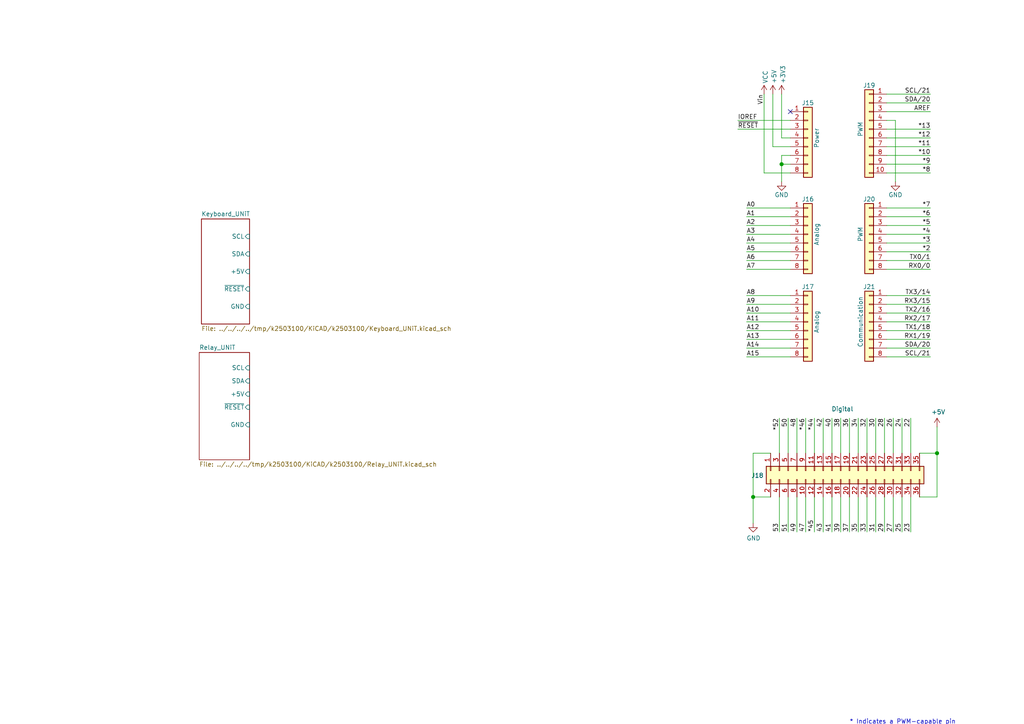
<source format=kicad_sch>
(kicad_sch (version 20230121) (generator eeschema)
  (paper "A4")
  (title_block (date "mar. 31 mars 2015"))
  (lib_symbols
    (symbol "Connector_Generic:Conn_01x08" (pin_names (offset 1.016) hide)
      (property "Reference" "J" (at 0 10.16 0))
      (property "Value" "Conn_01x08" (at 0 -12.7 0))
      (symbol "Conn_01x08_1_1"
        (rectangle (start -1.27 -10.033) (end 0 -10.287) (stroke (width 0.1524)))
        (rectangle (start -1.27 -7.493) (end 0 -7.747) (stroke (width 0.1524)))
        (rectangle (start -1.27 -4.953) (end 0 -5.207) (stroke (width 0.1524)))
        (rectangle (start -1.27 -2.413) (end 0 -2.667) (stroke (width 0.1524)))
        (rectangle (start -1.27 0.127) (end 0 -0.127) (stroke (width 0.1524)))
        (rectangle (start -1.27 2.667) (end 0 2.413) (stroke (width 0.1524)))
        (rectangle (start -1.27 5.207) (end 0 4.953) (stroke (width 0.1524)))
        (rectangle (start -1.27 7.747) (end 0 7.493) (stroke (width 0.1524)))
        (rectangle (start -1.27 8.89) (end 1.27 -11.43) (stroke (width 0.254)) (fill (type background)))
        (pin passive line (at -5.08 7.62 0) (length 3.81) (name "Pin_1") (number "1"))
        (pin passive line (at -5.08 5.08 0) (length 3.81) (name "Pin_2") (number "2"))
        (pin passive line (at -5.08 2.54 0) (length 3.81) (name "Pin_3") (number "3"))
        (pin passive line (at -5.08 0 0) (length 3.81) (name "Pin_4") (number "4"))
        (pin passive line (at -5.08 -2.54 0) (length 3.81) (name "Pin_5") (number "5"))
        (pin passive line (at -5.08 -5.08 0) (length 3.81) (name "Pin_6") (number "6"))
        (pin passive line (at -5.08 -7.62 0) (length 3.81) (name "Pin_7") (number "7"))
        (pin passive line (at -5.08 -10.16 0) (length 3.81) (name "Pin_8") (number "8"))
      )
    )
    (symbol "Connector_Generic:Conn_01x10" (pin_names (offset 1.016) hide)
      (property "Reference" "J" (at 0 12.7 0))
      (property "Value" "Conn_01x10" (at 0 -15.24 0))
      (symbol "Conn_01x10_1_1"
        (rectangle (start -1.27 -12.573) (end 0 -12.827) (stroke (width 0.1524)))
        (rectangle (start -1.27 -10.033) (end 0 -10.287) (stroke (width 0.1524)))
        (rectangle (start -1.27 -7.493) (end 0 -7.747) (stroke (width 0.1524)))
        (rectangle (start -1.27 -4.953) (end 0 -5.207) (stroke (width 0.1524)))
        (rectangle (start -1.27 -2.413) (end 0 -2.667) (stroke (width 0.1524)))
        (rectangle (start -1.27 0.127) (end 0 -0.127) (stroke (width 0.1524)))
        (rectangle (start -1.27 2.667) (end 0 2.413) (stroke (width 0.1524)))
        (rectangle (start -1.27 5.207) (end 0 4.953) (stroke (width 0.1524)))
        (rectangle (start -1.27 7.747) (end 0 7.493) (stroke (width 0.1524)))
        (rectangle (start -1.27 10.287) (end 0 10.033) (stroke (width 0.1524)))
        (rectangle (start -1.27 11.43) (end 1.27 -13.97) (stroke (width 0.254)) (fill (type background)))
        (pin passive line (at -5.08 10.16 0) (length 3.81) (name "Pin_1") (number "1"))
        (pin passive line (at -5.08 -12.7 0) (length 3.81) (name "Pin_10") (number "10"))
        (pin passive line (at -5.08 7.62 0) (length 3.81) (name "Pin_2") (number "2"))
        (pin passive line (at -5.08 5.08 0) (length 3.81) (name "Pin_3") (number "3"))
        (pin passive line (at -5.08 2.54 0) (length 3.81) (name "Pin_4") (number "4"))
        (pin passive line (at -5.08 0 0) (length 3.81) (name "Pin_5") (number "5"))
        (pin passive line (at -5.08 -2.54 0) (length 3.81) (name "Pin_6") (number "6"))
        (pin passive line (at -5.08 -5.08 0) (length 3.81) (name "Pin_7") (number "7"))
        (pin passive line (at -5.08 -7.62 0) (length 3.81) (name "Pin_8") (number "8"))
        (pin passive line (at -5.08 -10.16 0) (length 3.81) (name "Pin_9") (number "9"))
      )
    )
    (symbol "Connector_Generic:Conn_02x18_Odd_Even" (pin_names (offset 1.016) hide)
      (property "Reference" "J" (at 1.27 22.86 0))
      (property "Value" "Conn_02x18_Odd_Even" (at 1.27 -25.4 0))
      (symbol "Conn_02x18_Odd_Even_1_1"
        (rectangle (start -1.27 -22.733) (end 0 -22.987) (stroke (width 0.1524)))
        (rectangle (start -1.27 -20.193) (end 0 -20.447) (stroke (width 0.1524)))
        (rectangle (start -1.27 -17.653) (end 0 -17.907) (stroke (width 0.1524)))
        (rectangle (start -1.27 -15.113) (end 0 -15.367) (stroke (width 0.1524)))
        (rectangle (start -1.27 -12.573) (end 0 -12.827) (stroke (width 0.1524)))
        (rectangle (start -1.27 -10.033) (end 0 -10.287) (stroke (width 0.1524)))
        (rectangle (start -1.27 -7.493) (end 0 -7.747) (stroke (width 0.1524)))
        (rectangle (start -1.27 -4.953) (end 0 -5.207) (stroke (width 0.1524)))
        (rectangle (start -1.27 -2.413) (end 0 -2.667) (stroke (width 0.1524)))
        (rectangle (start -1.27 0.127) (end 0 -0.127) (stroke (width 0.1524)))
        (rectangle (start -1.27 2.667) (end 0 2.413) (stroke (width 0.1524)))
        (rectangle (start -1.27 5.207) (end 0 4.953) (stroke (width 0.1524)))
        (rectangle (start -1.27 7.747) (end 0 7.493) (stroke (width 0.1524)))
        (rectangle (start -1.27 10.287) (end 0 10.033) (stroke (width 0.1524)))
        (rectangle (start -1.27 12.827) (end 0 12.573) (stroke (width 0.1524)))
        (rectangle (start -1.27 15.367) (end 0 15.113) (stroke (width 0.1524)))
        (rectangle (start -1.27 17.907) (end 0 17.653) (stroke (width 0.1524)))
        (rectangle (start -1.27 20.447) (end 0 20.193) (stroke (width 0.1524)))
        (rectangle (start -1.27 21.59) (end 3.81 -24.13) (stroke (width 0.254)) (fill (type background)))
        (rectangle (start 3.81 -22.733) (end 2.54 -22.987) (stroke (width 0.1524)))
        (rectangle (start 3.81 -20.193) (end 2.54 -20.447) (stroke (width 0.1524)))
        (rectangle (start 3.81 -17.653) (end 2.54 -17.907) (stroke (width 0.1524)))
        (rectangle (start 3.81 -15.113) (end 2.54 -15.367) (stroke (width 0.1524)))
        (rectangle (start 3.81 -12.573) (end 2.54 -12.827) (stroke (width 0.1524)))
        (rectangle (start 3.81 -10.033) (end 2.54 -10.287) (stroke (width 0.1524)))
        (rectangle (start 3.81 -7.493) (end 2.54 -7.747) (stroke (width 0.1524)))
        (rectangle (start 3.81 -4.953) (end 2.54 -5.207) (stroke (width 0.1524)))
        (rectangle (start 3.81 -2.413) (end 2.54 -2.667) (stroke (width 0.1524)))
        (rectangle (start 3.81 0.127) (end 2.54 -0.127) (stroke (width 0.1524)))
        (rectangle (start 3.81 2.667) (end 2.54 2.413) (stroke (width 0.1524)))
        (rectangle (start 3.81 5.207) (end 2.54 4.953) (stroke (width 0.1524)))
        (rectangle (start 3.81 7.747) (end 2.54 7.493) (stroke (width 0.1524)))
        (rectangle (start 3.81 10.287) (end 2.54 10.033) (stroke (width 0.1524)))
        (rectangle (start 3.81 12.827) (end 2.54 12.573) (stroke (width 0.1524)))
        (rectangle (start 3.81 15.367) (end 2.54 15.113) (stroke (width 0.1524)))
        (rectangle (start 3.81 17.907) (end 2.54 17.653) (stroke (width 0.1524)))
        (rectangle (start 3.81 20.447) (end 2.54 20.193) (stroke (width 0.1524)))
        (pin passive line (at -5.08 20.32 0) (length 3.81) (name "Pin_1") (number "1"))
        (pin passive line (at 7.62 10.16 180) (length 3.81) (name "Pin_10") (number "10"))
        (pin passive line (at -5.08 7.62 0) (length 3.81) (name "Pin_11") (number "11"))
        (pin passive line (at 7.62 7.62 180) (length 3.81) (name "Pin_12") (number "12"))
        (pin passive line (at -5.08 5.08 0) (length 3.81) (name "Pin_13") (number "13"))
        (pin passive line (at 7.62 5.08 180) (length 3.81) (name "Pin_14") (number "14"))
        (pin passive line (at -5.08 2.54 0) (length 3.81) (name "Pin_15") (number "15"))
        (pin passive line (at 7.62 2.54 180) (length 3.81) (name "Pin_16") (number "16"))
        (pin passive line (at -5.08 0 0) (length 3.81) (name "Pin_17") (number "17"))
        (pin passive line (at 7.62 0 180) (length 3.81) (name "Pin_18") (number "18"))
        (pin passive line (at -5.08 -2.54 0) (length 3.81) (name "Pin_19") (number "19"))
        (pin passive line (at 7.62 20.32 180) (length 3.81) (name "Pin_2") (number "2"))
        (pin passive line (at 7.62 -2.54 180) (length 3.81) (name "Pin_20") (number "20"))
        (pin passive line (at -5.08 -5.08 0) (length 3.81) (name "Pin_21") (number "21"))
        (pin passive line (at 7.62 -5.08 180) (length 3.81) (name "Pin_22") (number "22"))
        (pin passive line (at -5.08 -7.62 0) (length 3.81) (name "Pin_23") (number "23"))
        (pin passive line (at 7.62 -7.62 180) (length 3.81) (name "Pin_24") (number "24"))
        (pin passive line (at -5.08 -10.16 0) (length 3.81) (name "Pin_25") (number "25"))
        (pin passive line (at 7.62 -10.16 180) (length 3.81) (name "Pin_26") (number "26"))
        (pin passive line (at -5.08 -12.7 0) (length 3.81) (name "Pin_27") (number "27"))
        (pin passive line (at 7.62 -12.7 180) (length 3.81) (name "Pin_28") (number "28"))
        (pin passive line (at -5.08 -15.24 0) (length 3.81) (name "Pin_29") (number "29"))
        (pin passive line (at -5.08 17.78 0) (length 3.81) (name "Pin_3") (number "3"))
        (pin passive line (at 7.62 -15.24 180) (length 3.81) (name "Pin_30") (number "30"))
        (pin passive line (at -5.08 -17.78 0) (length 3.81) (name "Pin_31") (number "31"))
        (pin passive line (at 7.62 -17.78 180) (length 3.81) (name "Pin_32") (number "32"))
        (pin passive line (at -5.08 -20.32 0) (length 3.81) (name "Pin_33") (number "33"))
        (pin passive line (at 7.62 -20.32 180) (length 3.81) (name "Pin_34") (number "34"))
        (pin passive line (at -5.08 -22.86 0) (length 3.81) (name "Pin_35") (number "35"))
        (pin passive line (at 7.62 -22.86 180) (length 3.81) (name "Pin_36") (number "36"))
        (pin passive line (at 7.62 17.78 180) (length 3.81) (name "Pin_4") (number "4"))
        (pin passive line (at -5.08 15.24 0) (length 3.81) (name "Pin_5") (number "5"))
        (pin passive line (at 7.62 15.24 180) (length 3.81) (name "Pin_6") (number "6"))
        (pin passive line (at -5.08 12.7 0) (length 3.81) (name "Pin_7") (number "7"))
        (pin passive line (at 7.62 12.7 180) (length 3.81) (name "Pin_8") (number "8"))
        (pin passive line (at -5.08 10.16 0) (length 3.81) (name "Pin_9") (number "9"))
      )
    )
    (symbol "power:+3V3" (power) (pin_names (offset 0))
      (property "Value" "+3V3" (at 0 3.556 0))
      (symbol "+3V3_0_1"
        (polyline (pts (xy -0.762 1.27) (xy 0 2.54)))
        (polyline (pts (xy 0 0) (xy 0 2.54)))
        (polyline (pts (xy 0 2.54) (xy 0.762 1.27)))
      )
      (symbol "+3V3_1_1"
        (pin power_in line (at 0 0 90) (length 0) hide (name "+3V3") (number "1"))
      )
    )
    (symbol "power:+5V" (power) (pin_names (offset 0))
      (property "Value" "+5V" (at 0 3.556 0))
      (symbol "+5V_0_1"
        (polyline (pts (xy -0.762 1.27) (xy 0 2.54)))
        (polyline (pts (xy 0 0) (xy 0 2.54)))
        (polyline (pts (xy 0 2.54) (xy 0.762 1.27)))
      )
      (symbol "+5V_1_1"
        (pin power_in line (at 0 0 90) (length 0) hide (name "+5V") (number "1"))
      )
    )
    (symbol "power:GND" (power) (pin_names (offset 0))
      (property "Value" "GND" (at 0 -3.81 0))
      (symbol "GND_0_1"
        (polyline (pts (xy 0 0) (xy 0 -1.27) (xy 1.27 -1.27) (xy 0 -2.54) (xy -1.27 -1.27) (xy 0 -1.27)))
      )
      (symbol "GND_1_1"
        (pin power_in line (at 0 0 270) (length 0) hide (name "GND") (number "1"))
      )
    )
    (symbol "power:VCC" (power) (pin_names (offset 0))
      (property "Value" "VCC" (at 0 3.81 0))
      (symbol "VCC_0_1"
        (polyline (pts (xy -0.762 1.27) (xy 0 2.54)))
        (polyline (pts (xy 0 0) (xy 0 2.54)))
        (polyline (pts (xy 0 2.54) (xy 0.762 1.27)))
      )
      (symbol "VCC_1_1"
        (pin power_in line (at 0 0 90) (length 0) hide (name "VCC") (number "1"))
      )
    )
  )
  (junction (at 218.44 144.145) (diameter 1.016))
  (junction (at 271.78 131.445) (diameter 1.016))
  (junction (at 226.695 47.625) (diameter 1.016))
  (no_connect (at 229.235 32.385))
  (wire (pts (xy 259.715 34.925) (xy 259.715 52.705)))
  (wire (pts (xy 264.16 121.285) (xy 264.16 131.445)))
  (wire (pts (xy 216.535 93.345) (xy 229.235 93.345)))
  (wire (pts (xy 257.175 42.545) (xy 269.875 42.545)))
  (wire (pts (xy 226.695 47.625) (xy 226.695 52.705)))
  (wire (pts (xy 246.38 121.285) (xy 246.38 131.445)))
  (wire (pts (xy 229.235 60.325) (xy 216.535 60.325)))
  (wire (pts (xy 229.235 70.485) (xy 216.535 70.485)))
  (wire (pts (xy 224.155 27.305) (xy 224.155 42.545)))
  (wire (pts (xy 257.175 32.385) (xy 269.875 32.385)))
  (wire (pts (xy 233.68 144.145) (xy 233.68 154.305)))
  (wire (pts (xy 229.235 50.165) (xy 221.615 50.165)))
  (wire (pts (xy 271.78 131.445) (xy 271.78 144.145)))
  (wire (pts (xy 257.175 73.025) (xy 269.875 73.025)))
  (wire (pts (xy 257.175 88.265) (xy 269.875 88.265)))
  (wire (pts (xy 229.235 90.805) (xy 216.535 90.805)))
  (wire (pts (xy 226.695 45.085) (xy 226.695 47.625)))
  (wire (pts (xy 229.235 65.405) (xy 216.535 65.405)))
  (wire (pts (xy 251.46 144.145) (xy 251.46 154.305)))
  (wire (pts (xy 257.175 34.925) (xy 259.715 34.925)))
  (wire (pts (xy 229.235 47.625) (xy 226.695 47.625)))
  (wire (pts (xy 226.695 40.005) (xy 229.235 40.005)))
  (wire (pts (xy 228.6 121.285) (xy 228.6 131.445)))
  (wire (pts (xy 257.175 47.625) (xy 269.875 47.625)))
  (wire (pts (xy 248.92 121.285) (xy 248.92 131.445)))
  (wire (pts (xy 216.535 78.105) (xy 229.235 78.105)))
  (wire (pts (xy 266.7 131.445) (xy 271.78 131.445)))
  (wire (pts (xy 226.695 27.305) (xy 226.695 40.005)))
  (wire (pts (xy 254 121.285) (xy 254 131.445)))
  (wire (pts (xy 261.62 121.285) (xy 261.62 131.445)))
  (wire (pts (xy 259.08 144.145) (xy 259.08 154.305)))
  (wire (pts (xy 231.14 144.145) (xy 231.14 154.305)))
  (wire (pts (xy 257.175 65.405) (xy 269.875 65.405)))
  (wire (pts (xy 238.76 121.285) (xy 238.76 131.445)))
  (wire (pts (xy 264.16 144.145) (xy 264.16 154.305)))
  (wire (pts (xy 229.235 100.965) (xy 216.535 100.965)))
  (wire (pts (xy 223.52 131.445) (xy 218.44 131.445)))
  (wire (pts (xy 229.235 75.565) (xy 216.535 75.565)))
  (wire (pts (xy 231.14 121.285) (xy 231.14 131.445)))
  (wire (pts (xy 257.175 78.105) (xy 269.875 78.105)))
  (wire (pts (xy 243.84 144.145) (xy 243.84 154.305)))
  (wire (pts (xy 257.175 67.945) (xy 269.875 67.945)))
  (wire (pts (xy 218.44 144.145) (xy 218.44 151.765)))
  (wire (pts (xy 257.175 60.325) (xy 269.875 60.325)))
  (wire (pts (xy 243.84 121.285) (xy 243.84 131.445)))
  (wire (pts (xy 261.62 144.145) (xy 261.62 154.305)))
  (wire (pts (xy 257.175 85.725) (xy 269.875 85.725)))
  (wire (pts (xy 271.78 123.825) (xy 271.78 131.445)))
  (wire (pts (xy 246.38 144.145) (xy 246.38 154.305)))
  (wire (pts (xy 257.175 45.085) (xy 269.875 45.085)))
  (wire (pts (xy 233.68 121.285) (xy 233.68 131.445)))
  (wire (pts (xy 257.175 90.805) (xy 269.875 90.805)))
  (wire (pts (xy 229.235 85.725) (xy 216.535 85.725)))
  (wire (pts (xy 216.535 73.025) (xy 229.235 73.025)))
  (wire (pts (xy 241.3 121.285) (xy 241.3 131.445)))
  (wire (pts (xy 257.175 103.505) (xy 269.875 103.505)))
  (wire (pts (xy 218.44 131.445) (xy 218.44 144.145)))
  (wire (pts (xy 257.175 27.305) (xy 269.875 27.305)))
  (wire (pts (xy 251.46 121.285) (xy 251.46 131.445)))
  (wire (pts (xy 221.615 50.165) (xy 221.615 27.305)))
  (wire (pts (xy 257.175 50.165) (xy 269.875 50.165)))
  (wire (pts (xy 257.175 93.345) (xy 269.875 93.345)))
  (wire (pts (xy 223.52 144.145) (xy 218.44 144.145)))
  (wire (pts (xy 216.535 62.865) (xy 229.235 62.865)))
  (wire (pts (xy 216.535 67.945) (xy 229.235 67.945)))
  (wire (pts (xy 224.155 42.545) (xy 229.235 42.545)))
  (wire (pts (xy 229.235 95.885) (xy 216.535 95.885)))
  (wire (pts (xy 226.06 121.285) (xy 226.06 131.445)))
  (wire (pts (xy 248.92 144.145) (xy 248.92 154.305)))
  (wire (pts (xy 257.175 98.425) (xy 269.875 98.425)))
  (wire (pts (xy 236.22 121.285) (xy 236.22 131.445)))
  (wire (pts (xy 236.22 144.145) (xy 236.22 154.305)))
  (wire (pts (xy 271.78 144.145) (xy 266.7 144.145)))
  (wire (pts (xy 257.175 37.465) (xy 269.875 37.465)))
  (wire (pts (xy 216.535 98.425) (xy 229.235 98.425)))
  (wire (pts (xy 241.3 144.145) (xy 241.3 154.305)))
  (wire (pts (xy 256.54 144.145) (xy 256.54 154.305)))
  (wire (pts (xy 257.175 70.485) (xy 269.875 70.485)))
  (wire (pts (xy 254 144.145) (xy 254 154.305)))
  (wire (pts (xy 226.06 144.145) (xy 226.06 154.305)))
  (wire (pts (xy 257.175 75.565) (xy 269.875 75.565)))
  (wire (pts (xy 216.535 88.265) (xy 229.235 88.265)))
  (wire (pts (xy 257.175 100.965) (xy 269.875 100.965)))
  (wire (pts (xy 257.175 95.885) (xy 269.875 95.885)))
  (wire (pts (xy 256.54 121.285) (xy 256.54 131.445)))
  (wire (pts (xy 228.6 144.145) (xy 228.6 154.305)))
  (wire (pts (xy 257.175 40.005) (xy 269.875 40.005)))
  (wire (pts (xy 257.175 29.845) (xy 269.875 29.845)))
  (wire (pts (xy 238.76 144.145) (xy 238.76 154.305)))
  (wire (pts (xy 213.995 34.925) (xy 229.235 34.925)))
  (wire (pts (xy 216.535 103.505) (xy 229.235 103.505)))
  (wire (pts (xy 229.235 45.085) (xy 226.695 45.085)))
  (wire (pts (xy 257.175 62.865) (xy 269.875 62.865)))
  (wire (pts (xy 259.08 121.285) (xy 259.08 131.445)))
  (wire (pts (xy 213.995 37.465) (xy 229.235 37.465)))
  (text "* Indicates a PWM-capable pin" (at 246.38 210.185 0) (effects (font (size 1.27 1.27)) (justify left bottom)))
  (label "*4" (at 269.875 67.945 180))
  (label "TX2{slash}16" (at 269.875 90.805 180))
  (label "A11" (at 216.535 93.345 0))
  (label "39" (at 243.84 154.305 90))
  (label "*6" (at 269.875 62.865 180))
  (label "A14" (at 216.535 100.965 0))
  (label "*5" (at 269.875 65.405 180))
  (label "A4" (at 216.535 70.485 0))
  (label "34" (at 248.92 121.285 270))
  (label "35" (at 248.92 154.305 90))
  (label "31" (at 254 154.305 90))
  (label "41" (at 241.3 154.305 90))
  (label "48" (at 231.14 121.285 270))
  (label "*8" (at 269.875 50.165 180))
  (label "36" (at 246.38 121.285 270))
  (label "*2" (at 269.875 73.025 180))
  (label "A9" (at 216.535 88.265 0))
  (label "47" (at 233.68 154.305 90))
  (label "24" (at 261.62 121.285 270))
  (label "A5" (at 216.535 73.025 0))
  (label "SCL{slash}21" (at 269.875 103.505 180))
  (label "51" (at 228.6 154.305 90))
  (label "A13" (at 216.535 98.425 0))
  (label "A15" (at 216.535 103.505 0))
  (label "SCL{slash}21" (at 269.875 27.305 180))
  (label "A10" (at 216.535 90.805 0))
  (label "53" (at 226.06 154.305 90))
  (label "42" (at 238.76 121.285 270))
  (label "RX3{slash}15" (at 269.875 88.265 180))
  (label "23" (at 264.16 154.305 90))
  (label "32" (at 251.46 121.285 270))
  (label "TX1{slash}18" (at 269.875 95.885 180))
  (label "38" (at 243.84 121.285 270))
  (label "28" (at 256.54 121.285 270))
  (label "27" (at 259.08 154.305 90))
  (label "A8" (at 216.535 85.725 0))
  (label "*11" (at 269.875 42.545 180))
  (label "A0" (at 216.535 60.325 0))
  (label "*46" (at 233.68 121.285 270))
  (label "25" (at 261.62 154.305 90))
  (label "A1" (at 216.535 62.865 0))
  (label "A3" (at 216.535 67.945 0))
  (label "Vin" (at 221.615 27.305 270))
  (label "26" (at 259.08 121.285 270))
  (label "~{RESET}" (at 213.995 37.465 0))
  (label "*45" (at 236.22 154.305 90))
  (label "RX2{slash}17" (at 269.875 93.345 180))
  (label "29" (at 256.54 154.305 90))
  (label "SDA{slash}20" (at 269.875 100.965 180))
  (label "A7" (at 216.535 78.105 0))
  (label "*52" (at 226.06 121.285 270))
  (label "TX0{slash}1" (at 269.875 75.565 180))
  (label "SDA{slash}20" (at 269.875 29.845 180))
  (label "33" (at 251.46 154.305 90))
  (label "RX1{slash}19" (at 269.875 98.425 180))
  (label "*44" (at 236.22 121.285 270))
  (label "A6" (at 216.535 75.565 0))
  (label "50" (at 228.6 121.285 270))
  (label "49" (at 231.14 154.305 90))
  (label "*10" (at 269.875 45.085 180))
  (label "A12" (at 216.535 95.885 0))
  (label "RX0{slash}0" (at 269.875 78.105 180))
  (label "AREF" (at 269.875 32.385 180))
  (label "*3" (at 269.875 70.485 180))
  (label "IOREF" (at 213.995 34.925 0))
  (label "40" (at 241.3 121.285 270))
  (label "30" (at 254 121.285 270))
  (label "*12" (at 269.875 40.005 180))
  (label "22" (at 264.16 121.285 270))
  (label "43" (at 238.76 154.305 90))
  (label "*7" (at 269.875 60.325 180))
  (label "TX3{slash}14" (at 269.875 85.725 180))
  (label "*13" (at 269.875 37.465 180))
  (label "*9" (at 269.875 47.625 180))
  (label "A2" (at 216.535 65.405 0))
  (label "37" (at 246.38 154.305 90))
  (symbol (lib_id "Connector_Generic:Conn_01x08") (at 234.315 93.345 0) (unit 1)
    (property "Reference" "J17" (at 234.315 83.185 0))
    (property "Value" "Analog" (at 236.855 93.345 90))
    (property "Footprint" "Connector_PinSocket_2.54mm:PinSocket_1x08_P2.54mm_Vertical" (effects hide))
  )
  (symbol (lib_id "power:GND") (at 218.44 151.765 0) (unit 1)
    (property "Reference" "#PWR015" (effects hide))
    (property "Value" "GND" (at 218.5543 156.0894 0))
  )
  (symbol (lib_id "power:+3V3") (at 226.695 27.305 0) (unit 1)
    (property "Reference" "#PWR018" (effects hide))
    (property "Value" "+3.3V" (at 227.076 24.257 90) (effects (justify left)))
  )
  (symbol (lib_id "Connector_Generic:Conn_01x08") (at 252.095 67.945 0) (mirror y) (unit 1)
    (property "Reference" "J20" (at 252.095 57.785 0))
    (property "Value" "PWM" (at 249.555 67.945 90))
    (property "Footprint" "Connector_PinSocket_2.54mm:PinSocket_1x08_P2.54mm_Vertical" (effects hide))
  )
  (symbol (lib_id "power:VCC") (at 221.615 27.305 0) (unit 1)
    (property "Reference" "#PWR016" (effects hide))
    (property "Value" "VCC" (at 221.996 24.257 90) (effects (justify left)))
  )
  (symbol (lib_id "Connector_Generic:Conn_01x08") (at 252.095 93.345 0) (mirror y) (unit 1)
    (property "Reference" "J21" (at 252.095 83.185 0))
    (property "Value" "Communication" (at 249.555 93.345 90))
    (property "Footprint" "Connector_PinSocket_2.54mm:PinSocket_1x08_P2.54mm_Vertical" (effects hide))
  )
  (symbol (lib_id "Connector_Generic:Conn_01x08") (at 234.315 40.005 0) (unit 1)
    (property "Reference" "J15" (at 234.315 29.845 0))
    (property "Value" "Power" (at 236.855 40.005 90))
    (property "Footprint" "Connector_PinSocket_2.54mm:PinSocket_1x08_P2.54mm_Vertical" (effects hide))
  )
  (symbol (lib_id "power:GND") (at 259.715 52.705 0) (unit 1)
    (property "Reference" "#PWR020" (effects hide))
    (property "Value" "GND" (at 259.715 56.515 0))
  )
  (symbol (lib_id "power:+5V") (at 271.78 123.825 0) (unit 1)
    (property "Reference" "#PWR021" (effects hide))
    (property "Value" "+5V" (at 272.1483 119.5006 0))
  )
  (symbol (lib_id "Connector_Generic:Conn_02x18_Odd_Even") (at 243.84 136.525 90) (mirror x) (unit 1)
    (property "Reference" "J18" (at 221.4879 137.9156 90) (effects (justify left)))
    (property "Value" "Digital" (at 244.348 118.618 90))
    (property "Footprint" "Connector_PinSocket_2.54mm:PinSocket_2x18_P2.54mm_Vertical" (effects hide))
  )
  (symbol (lib_id "Connector_Generic:Conn_01x10") (at 252.095 37.465 0) (mirror y) (unit 1)
    (property "Reference" "J19" (at 252.095 24.765 0))
    (property "Value" "PWM" (at 249.555 37.465 90))
    (property "Footprint" "Connector_PinSocket_2.54mm:PinSocket_1x10_P2.54mm_Vertical" (effects hide))
  )
  (symbol (lib_id "Connector_Generic:Conn_01x08") (at 234.315 67.945 0) (unit 1)
    (property "Reference" "J16" (at 234.315 57.785 0))
    (property "Value" "Analog" (at 236.855 67.945 90))
    (property "Footprint" "Connector_PinSocket_2.54mm:PinSocket_1x08_P2.54mm_Vertical" (effects hide))
  )
  (symbol (lib_id "power:GND") (at 226.695 52.705 0) (unit 1)
    (property "Reference" "#PWR019" (effects hide))
    (property "Value" "GND" (at 226.695 56.515 0))
  )
  (symbol (lib_id "power:+5V") (at 224.155 27.305 0) (unit 1)
    (property "Reference" "#PWR017" (effects hide))
    (property "Value" "+5V" (at 224.5106 24.257 90) (effects (justify left)))
  )
  (sheet (at 58.42 63.5) (size 13.97 30.48) (stroke (width 0.1524))
    (property "Sheetname" "Keyboard_UNiT" (at 58.42 62.7884 0) (effects (justify left bottom)))
    (property "Sheetfile" "../../../../tmp/k2503100/KiCAD/k2503100/Keyboard_UNiT.kicad_sch" (at 58.42 94.5646 0) (effects (justify left top)))
    (pin "SDA" input (at 72.39 73.66 0))
    (pin "SCL" input (at 72.39 68.58 0))
    (pin "+5V" input (at 72.39 78.74 0))
    (pin "GND" input (at 72.39 88.9 0))
    (pin "~{RESET}" input (at 72.39 83.82 0))
  )
  (sheet (at 57.785 102.235) (size 14.605 31.115) (stroke (width 0.1524))
    (property "Sheetname" "Relay_UNiT" (at 57.785 101.5234 0) (effects (justify left bottom)))
    (property "Sheetfile" "../../../../tmp/k2503100/KiCAD/k2503100/Relay_UNiT.kicad_sch" (at 57.785 133.9346 0) (effects (justify left top)))
    (pin "SDA" input (at 72.39 110.49 0))
    (pin "~{RESET}" input (at 72.39 118.11 0))
    (pin "GND" input (at 72.39 123.19 0))
    (pin "+5V" input (at 72.39 114.3 0))
    (pin "SCL" input (at 72.39 106.68 0))
  )
)
</source>
